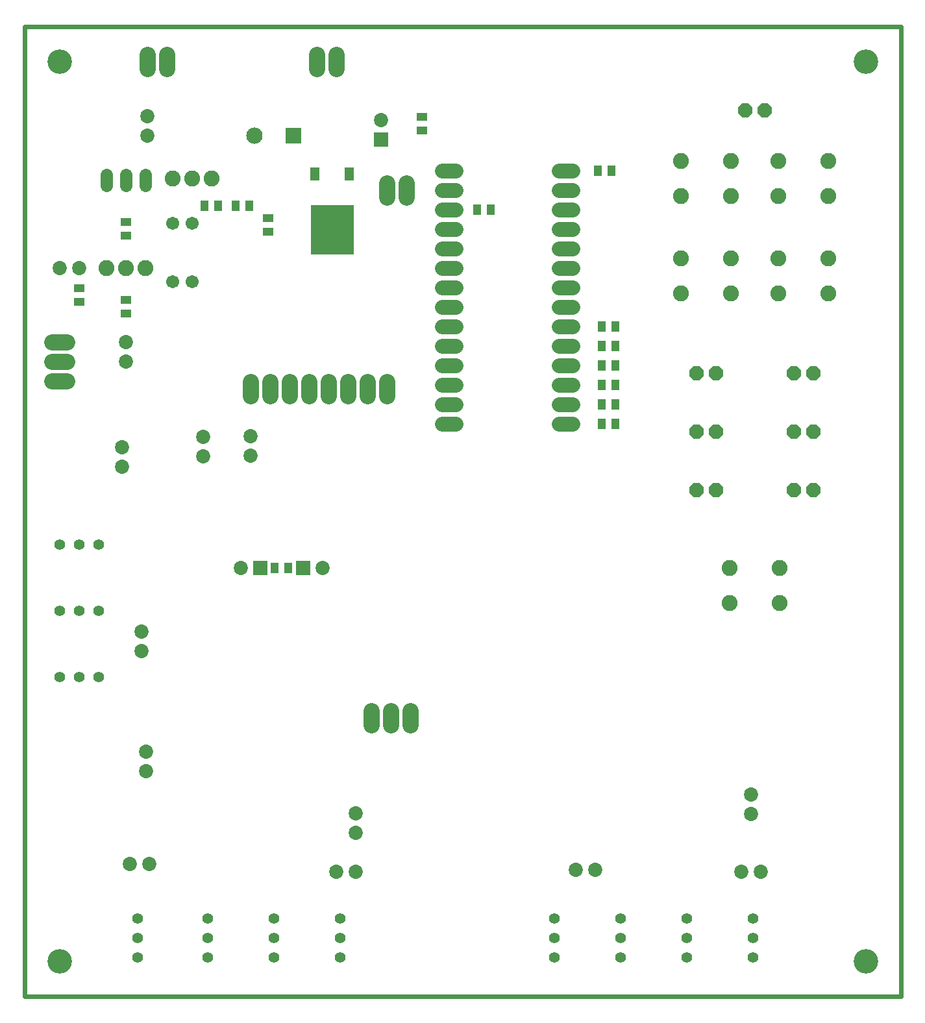
<source format=gbs>
G75*
%MOIN*%
%OFA0B0*%
%FSLAX25Y25*%
%IPPOS*%
%LPD*%
%AMOC8*
5,1,8,0,0,1.08239X$1,22.5*
%
%ADD10C,0.02400*%
%ADD11C,0.07300*%
%ADD12C,0.08400*%
%ADD13R,0.08400X0.08400*%
%ADD14R,0.05524X0.03950*%
%ADD15R,0.07300X0.07300*%
%ADD16R,0.22060X0.25209*%
%ADD17R,0.04737X0.07099*%
%ADD18C,0.08200*%
%ADD19C,0.07600*%
%ADD20C,0.08200*%
%ADD21R,0.03950X0.05524*%
%ADD22C,0.00000*%
%ADD23C,0.12611*%
%ADD24C,0.06400*%
%ADD25C,0.06743*%
%ADD26C,0.05600*%
%ADD27OC8,0.07400*%
D10*
X0004200Y0002200D02*
X0004200Y0500200D01*
X0454200Y0500200D01*
X0454200Y0002200D01*
X0004200Y0002200D01*
D11*
X0058200Y0070200D03*
X0068200Y0070200D03*
X0066700Y0117700D03*
X0066700Y0127700D03*
X0064400Y0179500D03*
X0064400Y0189500D03*
X0115200Y0222200D03*
X0157200Y0222200D03*
X0120300Y0279700D03*
X0120300Y0289700D03*
X0095900Y0289600D03*
X0095900Y0279600D03*
X0054200Y0284200D03*
X0054200Y0274200D03*
X0056200Y0328200D03*
X0056200Y0338200D03*
X0032200Y0376200D03*
X0022200Y0376200D03*
X0067200Y0444200D03*
X0067200Y0454200D03*
X0187200Y0452200D03*
X0377200Y0105700D03*
X0377200Y0095700D03*
X0372200Y0066200D03*
X0382200Y0066200D03*
X0297200Y0067200D03*
X0287200Y0067200D03*
X0174200Y0066200D03*
X0164200Y0066200D03*
X0174200Y0086200D03*
X0174200Y0096200D03*
D12*
X0122200Y0444200D03*
D13*
X0142200Y0444200D03*
D14*
X0129200Y0401743D03*
X0129200Y0394657D03*
X0056200Y0392657D03*
X0056200Y0399743D03*
X0032200Y0365743D03*
X0032200Y0358657D03*
X0056200Y0359743D03*
X0056200Y0352657D03*
X0208200Y0446657D03*
X0208200Y0453743D03*
D15*
X0187200Y0442200D03*
X0147200Y0222200D03*
X0125200Y0222200D03*
D16*
X0162200Y0395857D03*
D17*
X0153224Y0424598D03*
X0171176Y0424598D03*
D18*
X0190200Y0419900D02*
X0190200Y0412500D01*
X0200200Y0412500D02*
X0200200Y0419900D01*
X0164200Y0478500D02*
X0164200Y0485900D01*
X0154200Y0485900D02*
X0154200Y0478500D01*
X0077200Y0478500D02*
X0077200Y0485900D01*
X0067200Y0485900D02*
X0067200Y0478500D01*
X0025900Y0338200D02*
X0018500Y0338200D01*
X0018500Y0328200D02*
X0025900Y0328200D01*
X0025900Y0318200D02*
X0018500Y0318200D01*
X0120200Y0317900D02*
X0120200Y0310500D01*
X0130200Y0310500D02*
X0130200Y0317900D01*
X0140200Y0317900D02*
X0140200Y0310500D01*
X0150200Y0310500D02*
X0150200Y0317900D01*
X0160200Y0317900D02*
X0160200Y0310500D01*
X0170200Y0310500D02*
X0170200Y0317900D01*
X0180200Y0317900D02*
X0180200Y0310500D01*
X0190200Y0310500D02*
X0190200Y0317900D01*
X0192200Y0148900D02*
X0192200Y0141500D01*
X0202200Y0141500D02*
X0202200Y0148900D01*
X0182200Y0148900D02*
X0182200Y0141500D01*
D19*
X0218800Y0296200D02*
X0225600Y0296200D01*
X0225600Y0306200D02*
X0218800Y0306200D01*
X0218800Y0316200D02*
X0225600Y0316200D01*
X0225600Y0326200D02*
X0218800Y0326200D01*
X0218800Y0336200D02*
X0225600Y0336200D01*
X0225600Y0346200D02*
X0218800Y0346200D01*
X0218800Y0356200D02*
X0225600Y0356200D01*
X0225600Y0366200D02*
X0218800Y0366200D01*
X0218800Y0376200D02*
X0225600Y0376200D01*
X0225600Y0386200D02*
X0218800Y0386200D01*
X0218800Y0396200D02*
X0225600Y0396200D01*
X0225600Y0406200D02*
X0218800Y0406200D01*
X0218800Y0416200D02*
X0225600Y0416200D01*
X0225600Y0426200D02*
X0218800Y0426200D01*
X0278800Y0426200D02*
X0285600Y0426200D01*
X0285600Y0416200D02*
X0278800Y0416200D01*
X0278800Y0406200D02*
X0285600Y0406200D01*
X0285600Y0396200D02*
X0278800Y0396200D01*
X0278800Y0386200D02*
X0285600Y0386200D01*
X0285600Y0376200D02*
X0278800Y0376200D01*
X0278800Y0366200D02*
X0285600Y0366200D01*
X0285600Y0356200D02*
X0278800Y0356200D01*
X0278800Y0346200D02*
X0285600Y0346200D01*
X0285600Y0336200D02*
X0278800Y0336200D01*
X0278800Y0326200D02*
X0285600Y0326200D01*
X0285600Y0316200D02*
X0278800Y0316200D01*
X0278800Y0306200D02*
X0285600Y0306200D01*
X0285600Y0296200D02*
X0278800Y0296200D01*
D20*
X0341400Y0363300D03*
X0341400Y0381100D03*
X0367000Y0381100D03*
X0367000Y0363300D03*
X0391400Y0363300D03*
X0391400Y0381100D03*
X0417000Y0381100D03*
X0417000Y0363300D03*
X0417000Y0413300D03*
X0417000Y0431100D03*
X0391400Y0431100D03*
X0391400Y0413300D03*
X0367000Y0413300D03*
X0367000Y0431100D03*
X0341400Y0431100D03*
X0341400Y0413300D03*
X0366400Y0222100D03*
X0366400Y0204300D03*
X0392000Y0204300D03*
X0392000Y0222100D03*
X0100200Y0422200D03*
X0090200Y0422200D03*
X0080200Y0422200D03*
X0066200Y0376200D03*
X0056200Y0376200D03*
X0046200Y0376200D03*
D21*
X0096657Y0408200D03*
X0103743Y0408200D03*
X0112657Y0408200D03*
X0119743Y0408200D03*
X0236657Y0406200D03*
X0243743Y0406200D03*
X0298657Y0426200D03*
X0305743Y0426200D03*
X0307743Y0346200D03*
X0300657Y0346200D03*
X0300657Y0336200D03*
X0307743Y0336200D03*
X0307743Y0326200D03*
X0300657Y0326200D03*
X0300657Y0316200D03*
X0307743Y0316200D03*
X0307743Y0306200D03*
X0300657Y0306200D03*
X0300657Y0296200D03*
X0307743Y0296200D03*
X0139743Y0222200D03*
X0132657Y0222200D03*
D22*
X0016294Y0020200D02*
X0016296Y0020353D01*
X0016302Y0020507D01*
X0016312Y0020660D01*
X0016326Y0020812D01*
X0016344Y0020965D01*
X0016366Y0021116D01*
X0016391Y0021267D01*
X0016421Y0021418D01*
X0016455Y0021568D01*
X0016492Y0021716D01*
X0016533Y0021864D01*
X0016578Y0022010D01*
X0016627Y0022156D01*
X0016680Y0022300D01*
X0016736Y0022442D01*
X0016796Y0022583D01*
X0016860Y0022723D01*
X0016927Y0022861D01*
X0016998Y0022997D01*
X0017073Y0023131D01*
X0017150Y0023263D01*
X0017232Y0023393D01*
X0017316Y0023521D01*
X0017404Y0023647D01*
X0017495Y0023770D01*
X0017589Y0023891D01*
X0017687Y0024009D01*
X0017787Y0024125D01*
X0017891Y0024238D01*
X0017997Y0024349D01*
X0018106Y0024457D01*
X0018218Y0024562D01*
X0018332Y0024663D01*
X0018450Y0024762D01*
X0018569Y0024858D01*
X0018691Y0024951D01*
X0018816Y0025040D01*
X0018943Y0025127D01*
X0019072Y0025209D01*
X0019203Y0025289D01*
X0019336Y0025365D01*
X0019471Y0025438D01*
X0019608Y0025507D01*
X0019747Y0025572D01*
X0019887Y0025634D01*
X0020029Y0025692D01*
X0020172Y0025747D01*
X0020317Y0025798D01*
X0020463Y0025845D01*
X0020610Y0025888D01*
X0020758Y0025927D01*
X0020907Y0025963D01*
X0021057Y0025994D01*
X0021208Y0026022D01*
X0021359Y0026046D01*
X0021512Y0026066D01*
X0021664Y0026082D01*
X0021817Y0026094D01*
X0021970Y0026102D01*
X0022123Y0026106D01*
X0022277Y0026106D01*
X0022430Y0026102D01*
X0022583Y0026094D01*
X0022736Y0026082D01*
X0022888Y0026066D01*
X0023041Y0026046D01*
X0023192Y0026022D01*
X0023343Y0025994D01*
X0023493Y0025963D01*
X0023642Y0025927D01*
X0023790Y0025888D01*
X0023937Y0025845D01*
X0024083Y0025798D01*
X0024228Y0025747D01*
X0024371Y0025692D01*
X0024513Y0025634D01*
X0024653Y0025572D01*
X0024792Y0025507D01*
X0024929Y0025438D01*
X0025064Y0025365D01*
X0025197Y0025289D01*
X0025328Y0025209D01*
X0025457Y0025127D01*
X0025584Y0025040D01*
X0025709Y0024951D01*
X0025831Y0024858D01*
X0025950Y0024762D01*
X0026068Y0024663D01*
X0026182Y0024562D01*
X0026294Y0024457D01*
X0026403Y0024349D01*
X0026509Y0024238D01*
X0026613Y0024125D01*
X0026713Y0024009D01*
X0026811Y0023891D01*
X0026905Y0023770D01*
X0026996Y0023647D01*
X0027084Y0023521D01*
X0027168Y0023393D01*
X0027250Y0023263D01*
X0027327Y0023131D01*
X0027402Y0022997D01*
X0027473Y0022861D01*
X0027540Y0022723D01*
X0027604Y0022583D01*
X0027664Y0022442D01*
X0027720Y0022300D01*
X0027773Y0022156D01*
X0027822Y0022010D01*
X0027867Y0021864D01*
X0027908Y0021716D01*
X0027945Y0021568D01*
X0027979Y0021418D01*
X0028009Y0021267D01*
X0028034Y0021116D01*
X0028056Y0020965D01*
X0028074Y0020812D01*
X0028088Y0020660D01*
X0028098Y0020507D01*
X0028104Y0020353D01*
X0028106Y0020200D01*
X0028104Y0020047D01*
X0028098Y0019893D01*
X0028088Y0019740D01*
X0028074Y0019588D01*
X0028056Y0019435D01*
X0028034Y0019284D01*
X0028009Y0019133D01*
X0027979Y0018982D01*
X0027945Y0018832D01*
X0027908Y0018684D01*
X0027867Y0018536D01*
X0027822Y0018390D01*
X0027773Y0018244D01*
X0027720Y0018100D01*
X0027664Y0017958D01*
X0027604Y0017817D01*
X0027540Y0017677D01*
X0027473Y0017539D01*
X0027402Y0017403D01*
X0027327Y0017269D01*
X0027250Y0017137D01*
X0027168Y0017007D01*
X0027084Y0016879D01*
X0026996Y0016753D01*
X0026905Y0016630D01*
X0026811Y0016509D01*
X0026713Y0016391D01*
X0026613Y0016275D01*
X0026509Y0016162D01*
X0026403Y0016051D01*
X0026294Y0015943D01*
X0026182Y0015838D01*
X0026068Y0015737D01*
X0025950Y0015638D01*
X0025831Y0015542D01*
X0025709Y0015449D01*
X0025584Y0015360D01*
X0025457Y0015273D01*
X0025328Y0015191D01*
X0025197Y0015111D01*
X0025064Y0015035D01*
X0024929Y0014962D01*
X0024792Y0014893D01*
X0024653Y0014828D01*
X0024513Y0014766D01*
X0024371Y0014708D01*
X0024228Y0014653D01*
X0024083Y0014602D01*
X0023937Y0014555D01*
X0023790Y0014512D01*
X0023642Y0014473D01*
X0023493Y0014437D01*
X0023343Y0014406D01*
X0023192Y0014378D01*
X0023041Y0014354D01*
X0022888Y0014334D01*
X0022736Y0014318D01*
X0022583Y0014306D01*
X0022430Y0014298D01*
X0022277Y0014294D01*
X0022123Y0014294D01*
X0021970Y0014298D01*
X0021817Y0014306D01*
X0021664Y0014318D01*
X0021512Y0014334D01*
X0021359Y0014354D01*
X0021208Y0014378D01*
X0021057Y0014406D01*
X0020907Y0014437D01*
X0020758Y0014473D01*
X0020610Y0014512D01*
X0020463Y0014555D01*
X0020317Y0014602D01*
X0020172Y0014653D01*
X0020029Y0014708D01*
X0019887Y0014766D01*
X0019747Y0014828D01*
X0019608Y0014893D01*
X0019471Y0014962D01*
X0019336Y0015035D01*
X0019203Y0015111D01*
X0019072Y0015191D01*
X0018943Y0015273D01*
X0018816Y0015360D01*
X0018691Y0015449D01*
X0018569Y0015542D01*
X0018450Y0015638D01*
X0018332Y0015737D01*
X0018218Y0015838D01*
X0018106Y0015943D01*
X0017997Y0016051D01*
X0017891Y0016162D01*
X0017787Y0016275D01*
X0017687Y0016391D01*
X0017589Y0016509D01*
X0017495Y0016630D01*
X0017404Y0016753D01*
X0017316Y0016879D01*
X0017232Y0017007D01*
X0017150Y0017137D01*
X0017073Y0017269D01*
X0016998Y0017403D01*
X0016927Y0017539D01*
X0016860Y0017677D01*
X0016796Y0017817D01*
X0016736Y0017958D01*
X0016680Y0018100D01*
X0016627Y0018244D01*
X0016578Y0018390D01*
X0016533Y0018536D01*
X0016492Y0018684D01*
X0016455Y0018832D01*
X0016421Y0018982D01*
X0016391Y0019133D01*
X0016366Y0019284D01*
X0016344Y0019435D01*
X0016326Y0019588D01*
X0016312Y0019740D01*
X0016302Y0019893D01*
X0016296Y0020047D01*
X0016294Y0020200D01*
X0016294Y0482200D02*
X0016296Y0482353D01*
X0016302Y0482507D01*
X0016312Y0482660D01*
X0016326Y0482812D01*
X0016344Y0482965D01*
X0016366Y0483116D01*
X0016391Y0483267D01*
X0016421Y0483418D01*
X0016455Y0483568D01*
X0016492Y0483716D01*
X0016533Y0483864D01*
X0016578Y0484010D01*
X0016627Y0484156D01*
X0016680Y0484300D01*
X0016736Y0484442D01*
X0016796Y0484583D01*
X0016860Y0484723D01*
X0016927Y0484861D01*
X0016998Y0484997D01*
X0017073Y0485131D01*
X0017150Y0485263D01*
X0017232Y0485393D01*
X0017316Y0485521D01*
X0017404Y0485647D01*
X0017495Y0485770D01*
X0017589Y0485891D01*
X0017687Y0486009D01*
X0017787Y0486125D01*
X0017891Y0486238D01*
X0017997Y0486349D01*
X0018106Y0486457D01*
X0018218Y0486562D01*
X0018332Y0486663D01*
X0018450Y0486762D01*
X0018569Y0486858D01*
X0018691Y0486951D01*
X0018816Y0487040D01*
X0018943Y0487127D01*
X0019072Y0487209D01*
X0019203Y0487289D01*
X0019336Y0487365D01*
X0019471Y0487438D01*
X0019608Y0487507D01*
X0019747Y0487572D01*
X0019887Y0487634D01*
X0020029Y0487692D01*
X0020172Y0487747D01*
X0020317Y0487798D01*
X0020463Y0487845D01*
X0020610Y0487888D01*
X0020758Y0487927D01*
X0020907Y0487963D01*
X0021057Y0487994D01*
X0021208Y0488022D01*
X0021359Y0488046D01*
X0021512Y0488066D01*
X0021664Y0488082D01*
X0021817Y0488094D01*
X0021970Y0488102D01*
X0022123Y0488106D01*
X0022277Y0488106D01*
X0022430Y0488102D01*
X0022583Y0488094D01*
X0022736Y0488082D01*
X0022888Y0488066D01*
X0023041Y0488046D01*
X0023192Y0488022D01*
X0023343Y0487994D01*
X0023493Y0487963D01*
X0023642Y0487927D01*
X0023790Y0487888D01*
X0023937Y0487845D01*
X0024083Y0487798D01*
X0024228Y0487747D01*
X0024371Y0487692D01*
X0024513Y0487634D01*
X0024653Y0487572D01*
X0024792Y0487507D01*
X0024929Y0487438D01*
X0025064Y0487365D01*
X0025197Y0487289D01*
X0025328Y0487209D01*
X0025457Y0487127D01*
X0025584Y0487040D01*
X0025709Y0486951D01*
X0025831Y0486858D01*
X0025950Y0486762D01*
X0026068Y0486663D01*
X0026182Y0486562D01*
X0026294Y0486457D01*
X0026403Y0486349D01*
X0026509Y0486238D01*
X0026613Y0486125D01*
X0026713Y0486009D01*
X0026811Y0485891D01*
X0026905Y0485770D01*
X0026996Y0485647D01*
X0027084Y0485521D01*
X0027168Y0485393D01*
X0027250Y0485263D01*
X0027327Y0485131D01*
X0027402Y0484997D01*
X0027473Y0484861D01*
X0027540Y0484723D01*
X0027604Y0484583D01*
X0027664Y0484442D01*
X0027720Y0484300D01*
X0027773Y0484156D01*
X0027822Y0484010D01*
X0027867Y0483864D01*
X0027908Y0483716D01*
X0027945Y0483568D01*
X0027979Y0483418D01*
X0028009Y0483267D01*
X0028034Y0483116D01*
X0028056Y0482965D01*
X0028074Y0482812D01*
X0028088Y0482660D01*
X0028098Y0482507D01*
X0028104Y0482353D01*
X0028106Y0482200D01*
X0028104Y0482047D01*
X0028098Y0481893D01*
X0028088Y0481740D01*
X0028074Y0481588D01*
X0028056Y0481435D01*
X0028034Y0481284D01*
X0028009Y0481133D01*
X0027979Y0480982D01*
X0027945Y0480832D01*
X0027908Y0480684D01*
X0027867Y0480536D01*
X0027822Y0480390D01*
X0027773Y0480244D01*
X0027720Y0480100D01*
X0027664Y0479958D01*
X0027604Y0479817D01*
X0027540Y0479677D01*
X0027473Y0479539D01*
X0027402Y0479403D01*
X0027327Y0479269D01*
X0027250Y0479137D01*
X0027168Y0479007D01*
X0027084Y0478879D01*
X0026996Y0478753D01*
X0026905Y0478630D01*
X0026811Y0478509D01*
X0026713Y0478391D01*
X0026613Y0478275D01*
X0026509Y0478162D01*
X0026403Y0478051D01*
X0026294Y0477943D01*
X0026182Y0477838D01*
X0026068Y0477737D01*
X0025950Y0477638D01*
X0025831Y0477542D01*
X0025709Y0477449D01*
X0025584Y0477360D01*
X0025457Y0477273D01*
X0025328Y0477191D01*
X0025197Y0477111D01*
X0025064Y0477035D01*
X0024929Y0476962D01*
X0024792Y0476893D01*
X0024653Y0476828D01*
X0024513Y0476766D01*
X0024371Y0476708D01*
X0024228Y0476653D01*
X0024083Y0476602D01*
X0023937Y0476555D01*
X0023790Y0476512D01*
X0023642Y0476473D01*
X0023493Y0476437D01*
X0023343Y0476406D01*
X0023192Y0476378D01*
X0023041Y0476354D01*
X0022888Y0476334D01*
X0022736Y0476318D01*
X0022583Y0476306D01*
X0022430Y0476298D01*
X0022277Y0476294D01*
X0022123Y0476294D01*
X0021970Y0476298D01*
X0021817Y0476306D01*
X0021664Y0476318D01*
X0021512Y0476334D01*
X0021359Y0476354D01*
X0021208Y0476378D01*
X0021057Y0476406D01*
X0020907Y0476437D01*
X0020758Y0476473D01*
X0020610Y0476512D01*
X0020463Y0476555D01*
X0020317Y0476602D01*
X0020172Y0476653D01*
X0020029Y0476708D01*
X0019887Y0476766D01*
X0019747Y0476828D01*
X0019608Y0476893D01*
X0019471Y0476962D01*
X0019336Y0477035D01*
X0019203Y0477111D01*
X0019072Y0477191D01*
X0018943Y0477273D01*
X0018816Y0477360D01*
X0018691Y0477449D01*
X0018569Y0477542D01*
X0018450Y0477638D01*
X0018332Y0477737D01*
X0018218Y0477838D01*
X0018106Y0477943D01*
X0017997Y0478051D01*
X0017891Y0478162D01*
X0017787Y0478275D01*
X0017687Y0478391D01*
X0017589Y0478509D01*
X0017495Y0478630D01*
X0017404Y0478753D01*
X0017316Y0478879D01*
X0017232Y0479007D01*
X0017150Y0479137D01*
X0017073Y0479269D01*
X0016998Y0479403D01*
X0016927Y0479539D01*
X0016860Y0479677D01*
X0016796Y0479817D01*
X0016736Y0479958D01*
X0016680Y0480100D01*
X0016627Y0480244D01*
X0016578Y0480390D01*
X0016533Y0480536D01*
X0016492Y0480684D01*
X0016455Y0480832D01*
X0016421Y0480982D01*
X0016391Y0481133D01*
X0016366Y0481284D01*
X0016344Y0481435D01*
X0016326Y0481588D01*
X0016312Y0481740D01*
X0016302Y0481893D01*
X0016296Y0482047D01*
X0016294Y0482200D01*
X0430294Y0482200D02*
X0430296Y0482353D01*
X0430302Y0482507D01*
X0430312Y0482660D01*
X0430326Y0482812D01*
X0430344Y0482965D01*
X0430366Y0483116D01*
X0430391Y0483267D01*
X0430421Y0483418D01*
X0430455Y0483568D01*
X0430492Y0483716D01*
X0430533Y0483864D01*
X0430578Y0484010D01*
X0430627Y0484156D01*
X0430680Y0484300D01*
X0430736Y0484442D01*
X0430796Y0484583D01*
X0430860Y0484723D01*
X0430927Y0484861D01*
X0430998Y0484997D01*
X0431073Y0485131D01*
X0431150Y0485263D01*
X0431232Y0485393D01*
X0431316Y0485521D01*
X0431404Y0485647D01*
X0431495Y0485770D01*
X0431589Y0485891D01*
X0431687Y0486009D01*
X0431787Y0486125D01*
X0431891Y0486238D01*
X0431997Y0486349D01*
X0432106Y0486457D01*
X0432218Y0486562D01*
X0432332Y0486663D01*
X0432450Y0486762D01*
X0432569Y0486858D01*
X0432691Y0486951D01*
X0432816Y0487040D01*
X0432943Y0487127D01*
X0433072Y0487209D01*
X0433203Y0487289D01*
X0433336Y0487365D01*
X0433471Y0487438D01*
X0433608Y0487507D01*
X0433747Y0487572D01*
X0433887Y0487634D01*
X0434029Y0487692D01*
X0434172Y0487747D01*
X0434317Y0487798D01*
X0434463Y0487845D01*
X0434610Y0487888D01*
X0434758Y0487927D01*
X0434907Y0487963D01*
X0435057Y0487994D01*
X0435208Y0488022D01*
X0435359Y0488046D01*
X0435512Y0488066D01*
X0435664Y0488082D01*
X0435817Y0488094D01*
X0435970Y0488102D01*
X0436123Y0488106D01*
X0436277Y0488106D01*
X0436430Y0488102D01*
X0436583Y0488094D01*
X0436736Y0488082D01*
X0436888Y0488066D01*
X0437041Y0488046D01*
X0437192Y0488022D01*
X0437343Y0487994D01*
X0437493Y0487963D01*
X0437642Y0487927D01*
X0437790Y0487888D01*
X0437937Y0487845D01*
X0438083Y0487798D01*
X0438228Y0487747D01*
X0438371Y0487692D01*
X0438513Y0487634D01*
X0438653Y0487572D01*
X0438792Y0487507D01*
X0438929Y0487438D01*
X0439064Y0487365D01*
X0439197Y0487289D01*
X0439328Y0487209D01*
X0439457Y0487127D01*
X0439584Y0487040D01*
X0439709Y0486951D01*
X0439831Y0486858D01*
X0439950Y0486762D01*
X0440068Y0486663D01*
X0440182Y0486562D01*
X0440294Y0486457D01*
X0440403Y0486349D01*
X0440509Y0486238D01*
X0440613Y0486125D01*
X0440713Y0486009D01*
X0440811Y0485891D01*
X0440905Y0485770D01*
X0440996Y0485647D01*
X0441084Y0485521D01*
X0441168Y0485393D01*
X0441250Y0485263D01*
X0441327Y0485131D01*
X0441402Y0484997D01*
X0441473Y0484861D01*
X0441540Y0484723D01*
X0441604Y0484583D01*
X0441664Y0484442D01*
X0441720Y0484300D01*
X0441773Y0484156D01*
X0441822Y0484010D01*
X0441867Y0483864D01*
X0441908Y0483716D01*
X0441945Y0483568D01*
X0441979Y0483418D01*
X0442009Y0483267D01*
X0442034Y0483116D01*
X0442056Y0482965D01*
X0442074Y0482812D01*
X0442088Y0482660D01*
X0442098Y0482507D01*
X0442104Y0482353D01*
X0442106Y0482200D01*
X0442104Y0482047D01*
X0442098Y0481893D01*
X0442088Y0481740D01*
X0442074Y0481588D01*
X0442056Y0481435D01*
X0442034Y0481284D01*
X0442009Y0481133D01*
X0441979Y0480982D01*
X0441945Y0480832D01*
X0441908Y0480684D01*
X0441867Y0480536D01*
X0441822Y0480390D01*
X0441773Y0480244D01*
X0441720Y0480100D01*
X0441664Y0479958D01*
X0441604Y0479817D01*
X0441540Y0479677D01*
X0441473Y0479539D01*
X0441402Y0479403D01*
X0441327Y0479269D01*
X0441250Y0479137D01*
X0441168Y0479007D01*
X0441084Y0478879D01*
X0440996Y0478753D01*
X0440905Y0478630D01*
X0440811Y0478509D01*
X0440713Y0478391D01*
X0440613Y0478275D01*
X0440509Y0478162D01*
X0440403Y0478051D01*
X0440294Y0477943D01*
X0440182Y0477838D01*
X0440068Y0477737D01*
X0439950Y0477638D01*
X0439831Y0477542D01*
X0439709Y0477449D01*
X0439584Y0477360D01*
X0439457Y0477273D01*
X0439328Y0477191D01*
X0439197Y0477111D01*
X0439064Y0477035D01*
X0438929Y0476962D01*
X0438792Y0476893D01*
X0438653Y0476828D01*
X0438513Y0476766D01*
X0438371Y0476708D01*
X0438228Y0476653D01*
X0438083Y0476602D01*
X0437937Y0476555D01*
X0437790Y0476512D01*
X0437642Y0476473D01*
X0437493Y0476437D01*
X0437343Y0476406D01*
X0437192Y0476378D01*
X0437041Y0476354D01*
X0436888Y0476334D01*
X0436736Y0476318D01*
X0436583Y0476306D01*
X0436430Y0476298D01*
X0436277Y0476294D01*
X0436123Y0476294D01*
X0435970Y0476298D01*
X0435817Y0476306D01*
X0435664Y0476318D01*
X0435512Y0476334D01*
X0435359Y0476354D01*
X0435208Y0476378D01*
X0435057Y0476406D01*
X0434907Y0476437D01*
X0434758Y0476473D01*
X0434610Y0476512D01*
X0434463Y0476555D01*
X0434317Y0476602D01*
X0434172Y0476653D01*
X0434029Y0476708D01*
X0433887Y0476766D01*
X0433747Y0476828D01*
X0433608Y0476893D01*
X0433471Y0476962D01*
X0433336Y0477035D01*
X0433203Y0477111D01*
X0433072Y0477191D01*
X0432943Y0477273D01*
X0432816Y0477360D01*
X0432691Y0477449D01*
X0432569Y0477542D01*
X0432450Y0477638D01*
X0432332Y0477737D01*
X0432218Y0477838D01*
X0432106Y0477943D01*
X0431997Y0478051D01*
X0431891Y0478162D01*
X0431787Y0478275D01*
X0431687Y0478391D01*
X0431589Y0478509D01*
X0431495Y0478630D01*
X0431404Y0478753D01*
X0431316Y0478879D01*
X0431232Y0479007D01*
X0431150Y0479137D01*
X0431073Y0479269D01*
X0430998Y0479403D01*
X0430927Y0479539D01*
X0430860Y0479677D01*
X0430796Y0479817D01*
X0430736Y0479958D01*
X0430680Y0480100D01*
X0430627Y0480244D01*
X0430578Y0480390D01*
X0430533Y0480536D01*
X0430492Y0480684D01*
X0430455Y0480832D01*
X0430421Y0480982D01*
X0430391Y0481133D01*
X0430366Y0481284D01*
X0430344Y0481435D01*
X0430326Y0481588D01*
X0430312Y0481740D01*
X0430302Y0481893D01*
X0430296Y0482047D01*
X0430294Y0482200D01*
X0430294Y0020200D02*
X0430296Y0020353D01*
X0430302Y0020507D01*
X0430312Y0020660D01*
X0430326Y0020812D01*
X0430344Y0020965D01*
X0430366Y0021116D01*
X0430391Y0021267D01*
X0430421Y0021418D01*
X0430455Y0021568D01*
X0430492Y0021716D01*
X0430533Y0021864D01*
X0430578Y0022010D01*
X0430627Y0022156D01*
X0430680Y0022300D01*
X0430736Y0022442D01*
X0430796Y0022583D01*
X0430860Y0022723D01*
X0430927Y0022861D01*
X0430998Y0022997D01*
X0431073Y0023131D01*
X0431150Y0023263D01*
X0431232Y0023393D01*
X0431316Y0023521D01*
X0431404Y0023647D01*
X0431495Y0023770D01*
X0431589Y0023891D01*
X0431687Y0024009D01*
X0431787Y0024125D01*
X0431891Y0024238D01*
X0431997Y0024349D01*
X0432106Y0024457D01*
X0432218Y0024562D01*
X0432332Y0024663D01*
X0432450Y0024762D01*
X0432569Y0024858D01*
X0432691Y0024951D01*
X0432816Y0025040D01*
X0432943Y0025127D01*
X0433072Y0025209D01*
X0433203Y0025289D01*
X0433336Y0025365D01*
X0433471Y0025438D01*
X0433608Y0025507D01*
X0433747Y0025572D01*
X0433887Y0025634D01*
X0434029Y0025692D01*
X0434172Y0025747D01*
X0434317Y0025798D01*
X0434463Y0025845D01*
X0434610Y0025888D01*
X0434758Y0025927D01*
X0434907Y0025963D01*
X0435057Y0025994D01*
X0435208Y0026022D01*
X0435359Y0026046D01*
X0435512Y0026066D01*
X0435664Y0026082D01*
X0435817Y0026094D01*
X0435970Y0026102D01*
X0436123Y0026106D01*
X0436277Y0026106D01*
X0436430Y0026102D01*
X0436583Y0026094D01*
X0436736Y0026082D01*
X0436888Y0026066D01*
X0437041Y0026046D01*
X0437192Y0026022D01*
X0437343Y0025994D01*
X0437493Y0025963D01*
X0437642Y0025927D01*
X0437790Y0025888D01*
X0437937Y0025845D01*
X0438083Y0025798D01*
X0438228Y0025747D01*
X0438371Y0025692D01*
X0438513Y0025634D01*
X0438653Y0025572D01*
X0438792Y0025507D01*
X0438929Y0025438D01*
X0439064Y0025365D01*
X0439197Y0025289D01*
X0439328Y0025209D01*
X0439457Y0025127D01*
X0439584Y0025040D01*
X0439709Y0024951D01*
X0439831Y0024858D01*
X0439950Y0024762D01*
X0440068Y0024663D01*
X0440182Y0024562D01*
X0440294Y0024457D01*
X0440403Y0024349D01*
X0440509Y0024238D01*
X0440613Y0024125D01*
X0440713Y0024009D01*
X0440811Y0023891D01*
X0440905Y0023770D01*
X0440996Y0023647D01*
X0441084Y0023521D01*
X0441168Y0023393D01*
X0441250Y0023263D01*
X0441327Y0023131D01*
X0441402Y0022997D01*
X0441473Y0022861D01*
X0441540Y0022723D01*
X0441604Y0022583D01*
X0441664Y0022442D01*
X0441720Y0022300D01*
X0441773Y0022156D01*
X0441822Y0022010D01*
X0441867Y0021864D01*
X0441908Y0021716D01*
X0441945Y0021568D01*
X0441979Y0021418D01*
X0442009Y0021267D01*
X0442034Y0021116D01*
X0442056Y0020965D01*
X0442074Y0020812D01*
X0442088Y0020660D01*
X0442098Y0020507D01*
X0442104Y0020353D01*
X0442106Y0020200D01*
X0442104Y0020047D01*
X0442098Y0019893D01*
X0442088Y0019740D01*
X0442074Y0019588D01*
X0442056Y0019435D01*
X0442034Y0019284D01*
X0442009Y0019133D01*
X0441979Y0018982D01*
X0441945Y0018832D01*
X0441908Y0018684D01*
X0441867Y0018536D01*
X0441822Y0018390D01*
X0441773Y0018244D01*
X0441720Y0018100D01*
X0441664Y0017958D01*
X0441604Y0017817D01*
X0441540Y0017677D01*
X0441473Y0017539D01*
X0441402Y0017403D01*
X0441327Y0017269D01*
X0441250Y0017137D01*
X0441168Y0017007D01*
X0441084Y0016879D01*
X0440996Y0016753D01*
X0440905Y0016630D01*
X0440811Y0016509D01*
X0440713Y0016391D01*
X0440613Y0016275D01*
X0440509Y0016162D01*
X0440403Y0016051D01*
X0440294Y0015943D01*
X0440182Y0015838D01*
X0440068Y0015737D01*
X0439950Y0015638D01*
X0439831Y0015542D01*
X0439709Y0015449D01*
X0439584Y0015360D01*
X0439457Y0015273D01*
X0439328Y0015191D01*
X0439197Y0015111D01*
X0439064Y0015035D01*
X0438929Y0014962D01*
X0438792Y0014893D01*
X0438653Y0014828D01*
X0438513Y0014766D01*
X0438371Y0014708D01*
X0438228Y0014653D01*
X0438083Y0014602D01*
X0437937Y0014555D01*
X0437790Y0014512D01*
X0437642Y0014473D01*
X0437493Y0014437D01*
X0437343Y0014406D01*
X0437192Y0014378D01*
X0437041Y0014354D01*
X0436888Y0014334D01*
X0436736Y0014318D01*
X0436583Y0014306D01*
X0436430Y0014298D01*
X0436277Y0014294D01*
X0436123Y0014294D01*
X0435970Y0014298D01*
X0435817Y0014306D01*
X0435664Y0014318D01*
X0435512Y0014334D01*
X0435359Y0014354D01*
X0435208Y0014378D01*
X0435057Y0014406D01*
X0434907Y0014437D01*
X0434758Y0014473D01*
X0434610Y0014512D01*
X0434463Y0014555D01*
X0434317Y0014602D01*
X0434172Y0014653D01*
X0434029Y0014708D01*
X0433887Y0014766D01*
X0433747Y0014828D01*
X0433608Y0014893D01*
X0433471Y0014962D01*
X0433336Y0015035D01*
X0433203Y0015111D01*
X0433072Y0015191D01*
X0432943Y0015273D01*
X0432816Y0015360D01*
X0432691Y0015449D01*
X0432569Y0015542D01*
X0432450Y0015638D01*
X0432332Y0015737D01*
X0432218Y0015838D01*
X0432106Y0015943D01*
X0431997Y0016051D01*
X0431891Y0016162D01*
X0431787Y0016275D01*
X0431687Y0016391D01*
X0431589Y0016509D01*
X0431495Y0016630D01*
X0431404Y0016753D01*
X0431316Y0016879D01*
X0431232Y0017007D01*
X0431150Y0017137D01*
X0431073Y0017269D01*
X0430998Y0017403D01*
X0430927Y0017539D01*
X0430860Y0017677D01*
X0430796Y0017817D01*
X0430736Y0017958D01*
X0430680Y0018100D01*
X0430627Y0018244D01*
X0430578Y0018390D01*
X0430533Y0018536D01*
X0430492Y0018684D01*
X0430455Y0018832D01*
X0430421Y0018982D01*
X0430391Y0019133D01*
X0430366Y0019284D01*
X0430344Y0019435D01*
X0430326Y0019588D01*
X0430312Y0019740D01*
X0430302Y0019893D01*
X0430296Y0020047D01*
X0430294Y0020200D01*
D23*
X0436200Y0020200D03*
X0022200Y0020200D03*
X0022200Y0482200D03*
X0436200Y0482200D03*
D24*
X0066200Y0424000D02*
X0066200Y0418400D01*
X0056200Y0418400D02*
X0056200Y0424000D01*
X0046200Y0424000D02*
X0046200Y0418400D01*
D25*
X0080200Y0399200D03*
X0090200Y0399200D03*
X0090200Y0369200D03*
X0080200Y0369200D03*
D26*
X0042200Y0234200D03*
X0032200Y0234200D03*
X0022200Y0234200D03*
X0022200Y0200200D03*
X0032200Y0200200D03*
X0042200Y0200200D03*
X0042200Y0166200D03*
X0032200Y0166200D03*
X0022200Y0166200D03*
X0062200Y0042200D03*
X0062200Y0032200D03*
X0062200Y0022200D03*
X0098200Y0022200D03*
X0098200Y0032200D03*
X0098200Y0042200D03*
X0132200Y0042200D03*
X0132200Y0032200D03*
X0132200Y0022200D03*
X0166200Y0022200D03*
X0166200Y0032200D03*
X0166200Y0042200D03*
X0276200Y0042200D03*
X0276200Y0032200D03*
X0276200Y0022200D03*
X0310200Y0022200D03*
X0310200Y0032200D03*
X0310200Y0042200D03*
X0344200Y0042200D03*
X0344200Y0032200D03*
X0344200Y0022200D03*
X0378200Y0022200D03*
X0378200Y0032200D03*
X0378200Y0042200D03*
D27*
X0359200Y0262200D03*
X0349200Y0262200D03*
X0349200Y0292200D03*
X0359200Y0292200D03*
X0359200Y0322200D03*
X0349200Y0322200D03*
X0399200Y0322200D03*
X0409200Y0322200D03*
X0409200Y0292200D03*
X0399200Y0292200D03*
X0399200Y0262200D03*
X0409200Y0262200D03*
X0384200Y0457200D03*
X0374200Y0457200D03*
M02*

</source>
